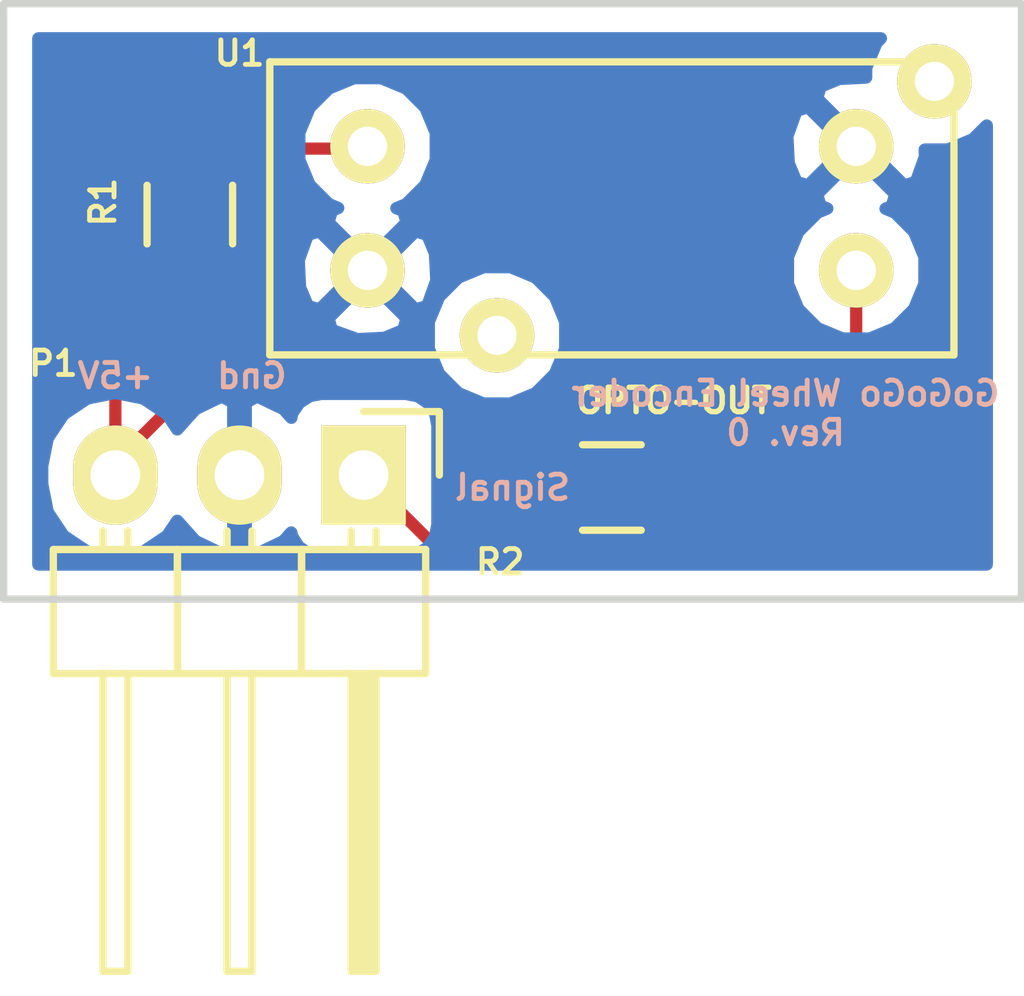
<source format=kicad_pcb>
(kicad_pcb (version 4) (host pcbnew 4.0.2-stable)

  (general
    (links 8)
    (no_connects 0)
    (area 143.688999 105.588999 164.667001 126.295801)
    (thickness 1.6)
    (drawings 9)
    (tracks 16)
    (zones 0)
    (modules 5)
    (nets 5)
  )

  (page A4)
  (layers
    (0 F.Cu signal)
    (31 B.Cu signal)
    (32 B.Adhes user)
    (33 F.Adhes user)
    (34 B.Paste user)
    (35 F.Paste user)
    (36 B.SilkS user)
    (37 F.SilkS user)
    (38 B.Mask user)
    (39 F.Mask user)
    (40 Dwgs.User user)
    (41 Cmts.User user)
    (42 Eco1.User user)
    (43 Eco2.User user)
    (44 Edge.Cuts user)
    (45 Margin user)
    (46 B.CrtYd user)
    (47 F.CrtYd user)
    (48 B.Fab user)
    (49 F.Fab user)
  )

  (setup
    (last_trace_width 0.25)
    (trace_clearance 0.2)
    (zone_clearance 0.508)
    (zone_45_only yes)
    (trace_min 0.2)
    (segment_width 0.2)
    (edge_width 0.15)
    (via_size 0.6)
    (via_drill 0.4)
    (via_min_size 0.4)
    (via_min_drill 0.3)
    (uvia_size 0.3)
    (uvia_drill 0.1)
    (uvias_allowed no)
    (uvia_min_size 0.2)
    (uvia_min_drill 0.1)
    (pcb_text_width 0.3)
    (pcb_text_size 1.5 1.5)
    (mod_edge_width 0.15)
    (mod_text_size 0.5 0.5)
    (mod_text_width 0.1)
    (pad_size 1.524 1.524)
    (pad_drill 0.762)
    (pad_to_mask_clearance 0.2)
    (aux_axis_origin 0 0)
    (visible_elements FFFEFF7F)
    (pcbplotparams
      (layerselection 0x010f8_80000001)
      (usegerberextensions true)
      (excludeedgelayer true)
      (linewidth 0.100000)
      (plotframeref false)
      (viasonmask false)
      (mode 1)
      (useauxorigin false)
      (hpglpennumber 1)
      (hpglpenspeed 20)
      (hpglpendiameter 15)
      (hpglpenoverlay 2)
      (psnegative false)
      (psa4output false)
      (plotreference true)
      (plotvalue false)
      (plotinvisibletext false)
      (padsonsilk false)
      (subtractmaskfromsilk true)
      (outputformat 1)
      (mirror false)
      (drillshape 0)
      (scaleselection 1)
      (outputdirectory Gerbers/))
  )

  (net 0 "")
  (net 1 GND)
  (net 2 +5V)
  (net 3 "Net-(R1-Pad2)")
  (net 4 /Signal)

  (net_class Default "This is the default net class."
    (clearance 0.2)
    (trace_width 0.25)
    (via_dia 0.6)
    (via_drill 0.4)
    (uvia_dia 0.3)
    (uvia_drill 0.1)
    (add_net +5V)
    (add_net /Signal)
    (add_net GND)
    (add_net "Net-(R1-Pad2)")
  )

  (net_class Power ""
    (clearance 0.3048)
    (trace_width 0.25)
    (via_dia 0.6)
    (via_drill 0.4)
    (uvia_dia 0.3)
    (uvia_drill 0.1)
  )

  (module Resistors_SMD:R_0805_HandSoldering (layer F.Cu) (tedit 5861A460) (tstamp 586076AD)
    (at 147.574 109.982 90)
    (descr "Resistor SMD 0805, hand soldering")
    (tags "resistor 0805")
    (path /585FE459)
    (attr smd)
    (fp_text reference R1 (at 0.254 -1.778 90) (layer F.SilkS)
      (effects (font (size 0.5 0.5) (thickness 0.1)))
    )
    (fp_text value 100 (at 0 2.1 90) (layer F.Fab)
      (effects (font (size 0.5 0.5) (thickness 0.1)))
    )
    (fp_line (start -2.4 -1) (end 2.4 -1) (layer F.CrtYd) (width 0.05))
    (fp_line (start -2.4 1) (end 2.4 1) (layer F.CrtYd) (width 0.05))
    (fp_line (start -2.4 -1) (end -2.4 1) (layer F.CrtYd) (width 0.05))
    (fp_line (start 2.4 -1) (end 2.4 1) (layer F.CrtYd) (width 0.05))
    (fp_line (start 0.6 0.875) (end -0.6 0.875) (layer F.SilkS) (width 0.15))
    (fp_line (start -0.6 -0.875) (end 0.6 -0.875) (layer F.SilkS) (width 0.15))
    (pad 1 smd rect (at -1.35 0 90) (size 1.5 1.3) (layers F.Cu F.Paste F.Mask)
      (net 2 +5V))
    (pad 2 smd rect (at 1.35 0 90) (size 1.5 1.3) (layers F.Cu F.Paste F.Mask)
      (net 3 "Net-(R1-Pad2)"))
    (model Resistors_SMD.3dshapes/R_0805_HandSoldering.wrl
      (at (xyz 0 0 0))
      (scale (xyz 1 1 1))
      (rotate (xyz 0 0 0))
    )
  )

  (module Resistors_SMD:R_0805_HandSoldering (layer F.Cu) (tedit 5861A476) (tstamp 586076B3)
    (at 156.21 115.57)
    (descr "Resistor SMD 0805, hand soldering")
    (tags "resistor 0805")
    (path /585FE3A6)
    (attr smd)
    (fp_text reference R2 (at -2.286 1.524) (layer F.SilkS)
      (effects (font (size 0.5 0.5) (thickness 0.1)))
    )
    (fp_text value 1K (at 0 2.1) (layer F.Fab)
      (effects (font (size 0.5 0.5) (thickness 0.1)))
    )
    (fp_line (start -2.4 -1) (end 2.4 -1) (layer F.CrtYd) (width 0.05))
    (fp_line (start -2.4 1) (end 2.4 1) (layer F.CrtYd) (width 0.05))
    (fp_line (start -2.4 -1) (end -2.4 1) (layer F.CrtYd) (width 0.05))
    (fp_line (start 2.4 -1) (end 2.4 1) (layer F.CrtYd) (width 0.05))
    (fp_line (start 0.6 0.875) (end -0.6 0.875) (layer F.SilkS) (width 0.15))
    (fp_line (start -0.6 -0.875) (end 0.6 -0.875) (layer F.SilkS) (width 0.15))
    (pad 1 smd rect (at -1.35 0) (size 1.5 1.3) (layers F.Cu F.Paste F.Mask)
      (net 2 +5V))
    (pad 2 smd rect (at 1.35 0) (size 1.5 1.3) (layers F.Cu F.Paste F.Mask)
      (net 4 /Signal))
    (model Resistors_SMD.3dshapes/R_0805_HandSoldering.wrl
      (at (xyz 0 0 0))
      (scale (xyz 1 1 1))
      (rotate (xyz 0 0 0))
    )
  )

  (module EncoderBoard:RPI-579N1 (layer F.Cu) (tedit 5861A467) (tstamp 586076C1)
    (at 156.21 109.855 180)
    (path /585FE2EB)
    (fp_text reference U1 (at 7.62 3.175 180) (layer F.SilkS)
      (effects (font (size 0.5 0.5) (thickness 0.1)))
    )
    (fp_text value RPI-579N1 (at 0 -4.25 180) (layer F.Fab)
      (effects (font (size 0.5 0.5) (thickness 0.1)))
    )
    (fp_line (start -7 -3) (end 7 -3) (layer F.SilkS) (width 0.15))
    (fp_line (start 7 -3) (end 7 3) (layer F.SilkS) (width 0.15))
    (fp_line (start 7 3) (end -7 3) (layer F.SilkS) (width 0.15))
    (fp_line (start -7 3) (end -7 -3) (layer F.SilkS) (width 0.15))
    (pad "" np_thru_hole circle (at -6.6 2.6 180) (size 1.524 1.524) (drill 0.8) (layers *.Cu *.Mask F.SilkS))
    (pad "" np_thru_hole circle (at 2.35 -2.6 180) (size 1.524 1.524) (drill 0.8) (layers *.Cu *.Mask F.SilkS))
    (pad 4 thru_hole circle (at -5 1.27 180) (size 1.524 1.524) (drill 0.805) (layers *.Cu *.Mask F.SilkS)
      (net 1 GND))
    (pad 3 thru_hole circle (at -5 -1.27 180) (size 1.524 1.524) (drill 0.805) (layers *.Cu *.Mask F.SilkS)
      (net 4 /Signal))
    (pad 1 thru_hole circle (at 5 1.27 180) (size 1.524 1.524) (drill 0.805) (layers *.Cu *.Mask F.SilkS)
      (net 3 "Net-(R1-Pad2)"))
    (pad 2 thru_hole circle (at 5 -1.27 180) (size 1.524 1.524) (drill 0.805) (layers *.Cu *.Mask F.SilkS)
      (net 1 GND))
  )

  (module Measurement_Points:Measurement_Point_Square-SMD-Pad_Big (layer F.Cu) (tedit 58607AB7) (tstamp 58607A89)
    (at 161.29 115.316)
    (descr "Mesurement Point, Square, SMD Pad,  3mm x 3mm,")
    (tags "Mesurement Point Square SMD Pad 3x3mm")
    (path /58607B5B)
    (attr virtual)
    (fp_text reference W1 (at -0.508 -2.667) (layer F.SilkS) hide
      (effects (font (size 0.5 0.5) (thickness 0.1)))
    )
    (fp_text value OPTO-OUT (at 0 3) (layer F.Fab)
      (effects (font (size 0.5 0.5) (thickness 0.1)))
    )
    (fp_line (start -1.75 -1.75) (end 1.75 -1.75) (layer F.CrtYd) (width 0.05))
    (fp_line (start 1.75 -1.75) (end 1.75 1.75) (layer F.CrtYd) (width 0.05))
    (fp_line (start 1.75 1.75) (end -1.75 1.75) (layer F.CrtYd) (width 0.05))
    (fp_line (start -1.75 1.75) (end -1.75 -1.75) (layer F.CrtYd) (width 0.05))
    (pad 1 smd rect (at 0 0) (size 3 3) (layers F.Cu F.Mask)
      (net 4 /Signal))
  )

  (module Pin_Headers:Pin_Header_Angled_1x03 (layer F.Cu) (tedit 5861A457) (tstamp 58619FF7)
    (at 151.13 115.316 270)
    (descr "Through hole pin header")
    (tags "pin header")
    (path /58619F19)
    (fp_text reference P1 (at -2.286 6.35 360) (layer F.SilkS)
      (effects (font (size 0.5 0.5) (thickness 0.1)))
    )
    (fp_text value CONN_01X03 (at 0 -3.1 270) (layer F.Fab)
      (effects (font (size 0.5 0.5) (thickness 0.1)))
    )
    (fp_line (start -1.5 -1.75) (end -1.5 6.85) (layer F.CrtYd) (width 0.05))
    (fp_line (start 10.65 -1.75) (end 10.65 6.85) (layer F.CrtYd) (width 0.05))
    (fp_line (start -1.5 -1.75) (end 10.65 -1.75) (layer F.CrtYd) (width 0.05))
    (fp_line (start -1.5 6.85) (end 10.65 6.85) (layer F.CrtYd) (width 0.05))
    (fp_line (start -1.3 -1.55) (end -1.3 0) (layer F.SilkS) (width 0.15))
    (fp_line (start 0 -1.55) (end -1.3 -1.55) (layer F.SilkS) (width 0.15))
    (fp_line (start 4.191 -0.127) (end 10.033 -0.127) (layer F.SilkS) (width 0.15))
    (fp_line (start 10.033 -0.127) (end 10.033 0.127) (layer F.SilkS) (width 0.15))
    (fp_line (start 10.033 0.127) (end 4.191 0.127) (layer F.SilkS) (width 0.15))
    (fp_line (start 4.191 0.127) (end 4.191 0) (layer F.SilkS) (width 0.15))
    (fp_line (start 4.191 0) (end 10.033 0) (layer F.SilkS) (width 0.15))
    (fp_line (start 1.524 -0.254) (end 1.143 -0.254) (layer F.SilkS) (width 0.15))
    (fp_line (start 1.524 0.254) (end 1.143 0.254) (layer F.SilkS) (width 0.15))
    (fp_line (start 1.524 2.286) (end 1.143 2.286) (layer F.SilkS) (width 0.15))
    (fp_line (start 1.524 2.794) (end 1.143 2.794) (layer F.SilkS) (width 0.15))
    (fp_line (start 1.524 4.826) (end 1.143 4.826) (layer F.SilkS) (width 0.15))
    (fp_line (start 1.524 5.334) (end 1.143 5.334) (layer F.SilkS) (width 0.15))
    (fp_line (start 4.064 1.27) (end 4.064 -1.27) (layer F.SilkS) (width 0.15))
    (fp_line (start 10.16 0.254) (end 4.064 0.254) (layer F.SilkS) (width 0.15))
    (fp_line (start 10.16 -0.254) (end 10.16 0.254) (layer F.SilkS) (width 0.15))
    (fp_line (start 4.064 -0.254) (end 10.16 -0.254) (layer F.SilkS) (width 0.15))
    (fp_line (start 1.524 1.27) (end 4.064 1.27) (layer F.SilkS) (width 0.15))
    (fp_line (start 1.524 -1.27) (end 1.524 1.27) (layer F.SilkS) (width 0.15))
    (fp_line (start 1.524 -1.27) (end 4.064 -1.27) (layer F.SilkS) (width 0.15))
    (fp_line (start 1.524 3.81) (end 4.064 3.81) (layer F.SilkS) (width 0.15))
    (fp_line (start 1.524 3.81) (end 1.524 6.35) (layer F.SilkS) (width 0.15))
    (fp_line (start 4.064 4.826) (end 10.16 4.826) (layer F.SilkS) (width 0.15))
    (fp_line (start 10.16 4.826) (end 10.16 5.334) (layer F.SilkS) (width 0.15))
    (fp_line (start 10.16 5.334) (end 4.064 5.334) (layer F.SilkS) (width 0.15))
    (fp_line (start 4.064 6.35) (end 4.064 3.81) (layer F.SilkS) (width 0.15))
    (fp_line (start 4.064 3.81) (end 4.064 1.27) (layer F.SilkS) (width 0.15))
    (fp_line (start 10.16 2.794) (end 4.064 2.794) (layer F.SilkS) (width 0.15))
    (fp_line (start 10.16 2.286) (end 10.16 2.794) (layer F.SilkS) (width 0.15))
    (fp_line (start 4.064 2.286) (end 10.16 2.286) (layer F.SilkS) (width 0.15))
    (fp_line (start 1.524 3.81) (end 4.064 3.81) (layer F.SilkS) (width 0.15))
    (fp_line (start 1.524 1.27) (end 1.524 3.81) (layer F.SilkS) (width 0.15))
    (fp_line (start 1.524 1.27) (end 4.064 1.27) (layer F.SilkS) (width 0.15))
    (fp_line (start 1.524 6.35) (end 4.064 6.35) (layer F.SilkS) (width 0.15))
    (pad 1 thru_hole rect (at 0 0 270) (size 2.032 1.7272) (drill 1.016) (layers *.Cu *.Mask F.SilkS)
      (net 4 /Signal))
    (pad 2 thru_hole oval (at 0 2.54 270) (size 2.032 1.7272) (drill 1.016) (layers *.Cu *.Mask F.SilkS)
      (net 1 GND))
    (pad 3 thru_hole oval (at 0 5.08 270) (size 2.032 1.7272) (drill 1.016) (layers *.Cu *.Mask F.SilkS)
      (net 2 +5V))
    (model Pin_Headers.3dshapes/Pin_Header_Angled_1x03.wrl
      (at (xyz 0 -0.1 0))
      (scale (xyz 1 1 1))
      (rotate (xyz 0 0 90))
    )
  )

  (gr_text +5V (at 146.05 113.284) (layer B.SilkS)
    (effects (font (size 0.5 0.5) (thickness 0.1)) (justify mirror))
  )
  (gr_text Gnd (at 148.844 113.284) (layer B.SilkS)
    (effects (font (size 0.5 0.5) (thickness 0.1)) (justify mirror))
  )
  (gr_text Signal (at 154.178 115.57) (layer B.SilkS)
    (effects (font (size 0.5 0.5) (thickness 0.1)) (justify mirror))
  )
  (gr_text "GoGoGo Wheel Encoder\nRev. 0" (at 159.766 114.046) (layer B.SilkS)
    (effects (font (size 0.5 0.5) (thickness 0.1)) (justify mirror))
  )
  (gr_line (start 164.592 105.664) (end 143.764 105.664) (angle 90) (layer Edge.Cuts) (width 0.15))
  (gr_line (start 164.592 117.856) (end 164.592 105.664) (angle 90) (layer Edge.Cuts) (width 0.15))
  (gr_line (start 143.764 117.856) (end 164.592 117.856) (angle 90) (layer Edge.Cuts) (width 0.15))
  (gr_line (start 143.764 105.664) (end 143.764 117.856) (angle 90) (layer Edge.Cuts) (width 0.15))
  (gr_text OPTO-OUT (at 157.48 113.792) (layer F.SilkS)
    (effects (font (size 0.5 0.5) (thickness 0.11)))
  )

  (segment (start 146.05 115.316) (end 146.05 115.062) (width 0.25) (layer F.Cu) (net 2))
  (segment (start 146.05 115.062) (end 147.574 113.538) (width 0.25) (layer F.Cu) (net 2) (tstamp 5861A28B))
  (segment (start 152.828 113.538) (end 154.86 115.57) (width 0.25) (layer F.Cu) (net 2) (tstamp 5861A296))
  (segment (start 147.574 113.538) (end 152.828 113.538) (width 0.25) (layer F.Cu) (net 2) (tstamp 5861A290))
  (segment (start 146.05 115.316) (end 146.05 112.856) (width 0.25) (layer F.Cu) (net 2))
  (segment (start 146.05 112.856) (end 147.574 111.332) (width 0.25) (layer F.Cu) (net 2) (tstamp 5861A280))
  (segment (start 147.574 108.632) (end 151.163 108.632) (width 0.25) (layer F.Cu) (net 3))
  (segment (start 151.163 108.632) (end 151.21 108.585) (width 0.25) (layer F.Cu) (net 3) (tstamp 5861A278))
  (segment (start 157.56 115.57) (end 157.56 116.252) (width 0.25) (layer F.Cu) (net 4))
  (segment (start 152.654 116.84) (end 151.13 115.316) (width 0.25) (layer F.Cu) (net 4) (tstamp 5861A2A5))
  (segment (start 156.972 116.84) (end 152.654 116.84) (width 0.25) (layer F.Cu) (net 4) (tstamp 5861A29F))
  (segment (start 157.56 116.252) (end 156.972 116.84) (width 0.25) (layer F.Cu) (net 4) (tstamp 5861A29C))
  (segment (start 157.56 115.57) (end 161.036 115.57) (width 0.25) (layer F.Cu) (net 4))
  (segment (start 161.036 115.57) (end 161.29 115.316) (width 0.25) (layer F.Cu) (net 4) (tstamp 5861A26E))
  (segment (start 161.21 111.125) (end 161.21 115.236) (width 0.25) (layer F.Cu) (net 4))
  (segment (start 161.21 115.236) (end 161.29 115.316) (width 0.25) (layer F.Cu) (net 4) (tstamp 5861A268))

  (zone (net 1) (net_name GND) (layer B.Cu) (tstamp 5861A2D6) (hatch edge 0.508)
    (connect_pads (clearance 0.508))
    (min_thickness 0.254)
    (fill yes (arc_segments 16) (thermal_gap 0.508) (thermal_bridge_width 0.508))
    (polygon
      (pts
        (xy 164.084 117.348) (xy 164.084 106.172) (xy 144.272 106.172) (xy 144.272 117.348) (xy 163.83 117.348)
      )
    )
    (filled_polygon
      (pts
        (xy 161.626371 106.46263) (xy 161.413243 106.9759) (xy 161.413068 107.176088) (xy 160.862632 107.203638) (xy 160.478857 107.362603)
        (xy 160.409392 107.604787) (xy 161.21 108.405395) (xy 161.224143 108.391253) (xy 161.403748 108.570858) (xy 161.389605 108.585)
        (xy 162.190213 109.385608) (xy 162.432397 109.316143) (xy 162.619144 108.792698) (xy 162.612093 108.651828) (xy 163.086661 108.652242)
        (xy 163.600303 108.44001) (xy 163.882 108.158804) (xy 163.882 117.146) (xy 144.474 117.146) (xy 144.474 115.131255)
        (xy 144.5514 115.131255) (xy 144.5514 115.500745) (xy 144.665474 116.074234) (xy 144.99033 116.560415) (xy 145.476511 116.885271)
        (xy 146.05 116.999345) (xy 146.623489 116.885271) (xy 147.10967 116.560415) (xy 147.316461 116.250931) (xy 147.687964 116.666732)
        (xy 148.215209 116.920709) (xy 148.230974 116.923358) (xy 148.463 116.802217) (xy 148.463 115.443) (xy 148.443 115.443)
        (xy 148.443 115.189) (xy 148.463 115.189) (xy 148.463 113.829783) (xy 148.717 113.829783) (xy 148.717 115.189)
        (xy 148.737 115.189) (xy 148.737 115.443) (xy 148.717 115.443) (xy 148.717 116.802217) (xy 148.949026 116.923358)
        (xy 148.964791 116.920709) (xy 149.492036 116.666732) (xy 149.648907 116.491155) (xy 149.663238 116.567317) (xy 149.80231 116.783441)
        (xy 150.01451 116.928431) (xy 150.2664 116.97944) (xy 151.9936 116.97944) (xy 152.228917 116.935162) (xy 152.445041 116.79609)
        (xy 152.590031 116.58389) (xy 152.64104 116.332) (xy 152.64104 114.3) (xy 152.596762 114.064683) (xy 152.45769 113.848559)
        (xy 152.24549 113.703569) (xy 151.9936 113.65256) (xy 150.2664 113.65256) (xy 150.031083 113.696838) (xy 149.814959 113.83591)
        (xy 149.669969 114.04811) (xy 149.650768 114.142927) (xy 149.492036 113.965268) (xy 148.964791 113.711291) (xy 148.949026 113.708642)
        (xy 148.717 113.829783) (xy 148.463 113.829783) (xy 148.230974 113.708642) (xy 148.215209 113.711291) (xy 147.687964 113.965268)
        (xy 147.316461 114.381069) (xy 147.10967 114.071585) (xy 146.623489 113.746729) (xy 146.05 113.632655) (xy 145.476511 113.746729)
        (xy 144.99033 114.071585) (xy 144.665474 114.557766) (xy 144.5514 115.131255) (xy 144.474 115.131255) (xy 144.474 112.731661)
        (xy 152.462758 112.731661) (xy 152.67499 113.245303) (xy 153.06763 113.638629) (xy 153.5809 113.851757) (xy 154.136661 113.852242)
        (xy 154.650303 113.64001) (xy 155.043629 113.24737) (xy 155.256757 112.7341) (xy 155.257242 112.178339) (xy 155.04501 111.664697)
        (xy 154.782433 111.401661) (xy 159.812758 111.401661) (xy 160.02499 111.915303) (xy 160.41763 112.308629) (xy 160.9309 112.521757)
        (xy 161.486661 112.522242) (xy 162.000303 112.31001) (xy 162.393629 111.91737) (xy 162.606757 111.4041) (xy 162.607242 110.848339)
        (xy 162.39501 110.334697) (xy 162.00237 109.941371) (xy 161.810273 109.861605) (xy 161.941143 109.807397) (xy 162.010608 109.565213)
        (xy 161.21 108.764605) (xy 160.409392 109.565213) (xy 160.478857 109.807397) (xy 160.619318 109.857509) (xy 160.419697 109.93999)
        (xy 160.026371 110.33263) (xy 159.813243 110.8459) (xy 159.812758 111.401661) (xy 154.782433 111.401661) (xy 154.65237 111.271371)
        (xy 154.1391 111.058243) (xy 153.583339 111.057758) (xy 153.069697 111.26999) (xy 152.676371 111.66263) (xy 152.463243 112.1759)
        (xy 152.462758 112.731661) (xy 144.474 112.731661) (xy 144.474 112.105213) (xy 150.409392 112.105213) (xy 150.478857 112.347397)
        (xy 151.002302 112.534144) (xy 151.557368 112.506362) (xy 151.941143 112.347397) (xy 152.010608 112.105213) (xy 151.21 111.304605)
        (xy 150.409392 112.105213) (xy 144.474 112.105213) (xy 144.474 110.917302) (xy 149.800856 110.917302) (xy 149.828638 111.472368)
        (xy 149.987603 111.856143) (xy 150.229787 111.925608) (xy 151.030395 111.125) (xy 151.389605 111.125) (xy 152.190213 111.925608)
        (xy 152.432397 111.856143) (xy 152.619144 111.332698) (xy 152.591362 110.777632) (xy 152.432397 110.393857) (xy 152.190213 110.324392)
        (xy 151.389605 111.125) (xy 151.030395 111.125) (xy 150.229787 110.324392) (xy 149.987603 110.393857) (xy 149.800856 110.917302)
        (xy 144.474 110.917302) (xy 144.474 108.861661) (xy 149.812758 108.861661) (xy 150.02499 109.375303) (xy 150.41763 109.768629)
        (xy 150.609727 109.848395) (xy 150.478857 109.902603) (xy 150.409392 110.144787) (xy 151.21 110.945395) (xy 152.010608 110.144787)
        (xy 151.941143 109.902603) (xy 151.800682 109.852491) (xy 152.000303 109.77001) (xy 152.393629 109.37737) (xy 152.606757 108.8641)
        (xy 152.607181 108.377302) (xy 159.800856 108.377302) (xy 159.828638 108.932368) (xy 159.987603 109.316143) (xy 160.229787 109.385608)
        (xy 161.030395 108.585) (xy 160.229787 107.784392) (xy 159.987603 107.853857) (xy 159.800856 108.377302) (xy 152.607181 108.377302)
        (xy 152.607242 108.308339) (xy 152.39501 107.794697) (xy 152.00237 107.401371) (xy 151.4891 107.188243) (xy 150.933339 107.187758)
        (xy 150.419697 107.39999) (xy 150.026371 107.79263) (xy 149.813243 108.3059) (xy 149.812758 108.861661) (xy 144.474 108.861661)
        (xy 144.474 106.374) (xy 161.715156 106.374)
      )
    )
  )
)

</source>
